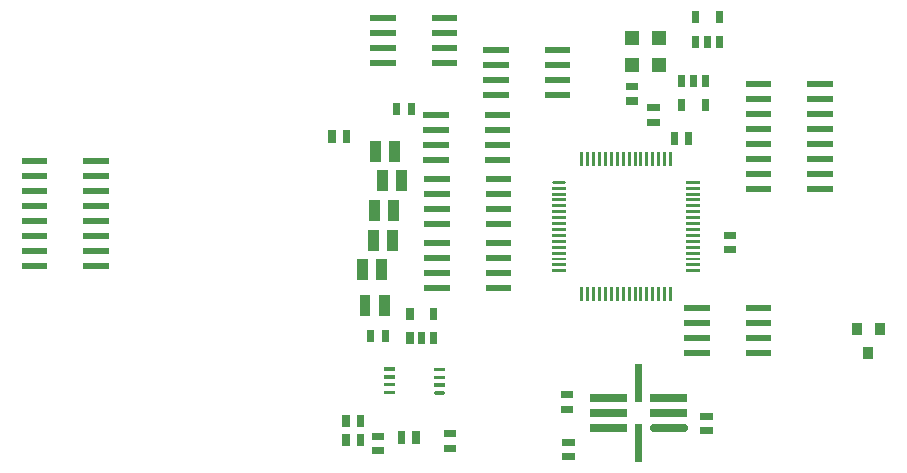
<source format=gbr>
G04 start of page 10 for group -4015 idx -4015
G04 Title: stribog.main_board.bis, toppaste *
G04 Creator: pcb 20070208 *
G04 CreationDate: Sun Apr  6 09:45:44 2008 UTC *
G04 For: dti *
G04 Format: Gerber/RS-274X *
G04 PCB-Dimensions: 314961 157480 *
G04 PCB-Coordinate-Origin: lower left *
%MOIN*%
%FSLAX24Y24*%
%LNFRONTPASTE*%
%ADD16C,0.0098*%
%ADD17C,0.0250*%
%ADD21R,0.0240X0.0240*%
%ADD22R,0.0200X0.0200*%
%ADD27R,0.0340X0.0340*%
%ADD33C,0.0120*%
%ADD35R,0.0250X0.0250*%
%ADD36R,0.0120X0.0120*%
%ADD37R,0.0098X0.0098*%
%ADD38R,0.0500X0.0500*%
%ADD39R,0.0360X0.0360*%
G54D21*X22429Y11728D02*X22609D01*
X22429Y12208D02*X22609D01*
X12279Y1861D02*Y1681D01*
X12759Y1861D02*Y1681D01*
X12279Y1231D02*Y1051D01*
X12759Y1231D02*Y1051D01*
X14452Y12255D02*Y12075D01*
X13972Y12255D02*Y12075D01*
G54D27*X30078Y4872D02*Y4812D01*
X29298Y4872D02*Y4812D01*
X29688Y4052D02*Y3992D01*
G54D38*X21824Y14548D03*
Y13648D03*
X22724Y14548D03*
Y13648D03*
G54D21*X21721Y12437D02*X21901D01*
X21721Y12917D02*X21901D01*
G54D39*X13262Y10918D02*Y10578D01*
X13902Y10918D02*Y10578D01*
X13183Y7965D02*Y7625D01*
X13823Y7965D02*Y7625D01*
X13223Y8949D02*Y8609D01*
X13863Y8949D02*Y8609D01*
X12829Y6981D02*Y6641D01*
X13469Y6981D02*Y6641D01*
X12908Y5799D02*Y5459D01*
X13548Y5799D02*Y5459D01*
G54D22*X14949Y11970D02*X15599D01*
X14949Y11470D02*X15599D01*
X14949Y10970D02*X15599D01*
X14949Y10470D02*X15599D01*
X16999D02*X17649D01*
X16999Y10970D02*X17649D01*
X16999Y11470D02*X17649D01*
X16999Y11970D02*X17649D01*
G54D21*X15658Y1342D02*X15838D01*
X15658Y862D02*X15838D01*
G54D22*X19006Y12635D02*X19656D01*
X19006Y13135D02*X19656D01*
X19006Y13635D02*X19656D01*
X19006Y14135D02*X19656D01*
X16956D02*X17606D01*
X16956Y13635D02*X17606D01*
X16956Y13135D02*X17606D01*
X16956Y12635D02*X17606D01*
X15227Y13698D02*X15877D01*
X15227Y14198D02*X15877D01*
X15227Y14698D02*X15877D01*
X15227Y15198D02*X15877D01*
X13177D02*X13827D01*
X13177Y14698D02*X13827D01*
X13177Y14198D02*X13827D01*
X13177Y13698D02*X13827D01*
G54D21*X24717Y15309D02*Y15149D01*
X23937Y15309D02*Y15149D01*
Y14489D02*Y14329D01*
X24327Y14489D02*Y14329D01*
X24717Y14489D02*Y14329D01*
X14610Y1310D02*Y1130D01*
X14130Y1310D02*Y1130D01*
X23472Y12370D02*Y12210D01*
X24252Y12370D02*Y12210D01*
Y13190D02*Y13030D01*
X23862Y13190D02*Y13030D01*
X23472Y13190D02*Y13030D01*
X23704Y11271D02*Y11091D01*
X23224Y11271D02*Y11091D01*
G54D39*X13498Y9973D02*Y9633D01*
X14138Y9973D02*Y9633D01*
G54D22*X23649Y5553D02*X24299D01*
X23649Y5053D02*X24299D01*
X23649Y4553D02*X24299D01*
X23649Y4053D02*X24299D01*
X25699D02*X26349D01*
X25699Y4553D02*X26349D01*
X25699Y5053D02*X26349D01*
X25699Y5553D02*X26349D01*
G54D21*X19595Y586D02*X19775D01*
X19595Y1066D02*X19775D01*
X12287Y11349D02*Y11169D01*
X11807Y11349D02*Y11169D01*
G54D22*X3613Y6950D02*X4263D01*
X3613Y7450D02*X4263D01*
X3613Y7950D02*X4263D01*
X3613Y8450D02*X4263D01*
X3613Y8950D02*X4263D01*
X3613Y9450D02*X4263D01*
X3613Y9950D02*X4263D01*
X3613Y10450D02*X4263D01*
X1563D02*X2213D01*
X1563Y9950D02*X2213D01*
X1563Y9450D02*X2213D01*
X1563Y8950D02*X2213D01*
X1563Y8450D02*X2213D01*
X1563Y7950D02*X2213D01*
X1563Y7450D02*X2213D01*
X1563Y6950D02*X2213D01*
G54D16*X19189Y9730D02*X19559D01*
G54D37*X19189Y9533D02*X19559D01*
X19189Y9336D02*X19559D01*
X19189Y9139D02*X19559D01*
X19189Y8943D02*X19559D01*
X19189Y8746D02*X19559D01*
X19189Y8549D02*X19559D01*
X19189Y8352D02*X19559D01*
X19189Y8155D02*X19559D01*
X19189Y7958D02*X19559D01*
X19189Y7761D02*X19559D01*
X19189Y7565D02*X19559D01*
X19189Y7368D02*X19559D01*
X19189Y7171D02*X19559D01*
X19189Y6974D02*X19559D01*
X19189Y6777D02*X19559D01*
X20139Y6200D02*Y5830D01*
X20336Y6200D02*Y5830D01*
X20533Y6200D02*Y5830D01*
X20730Y6200D02*Y5830D01*
X20927Y6200D02*Y5830D01*
X21123Y6200D02*Y5830D01*
X21320Y6200D02*Y5830D01*
X21517Y6200D02*Y5830D01*
X21714Y6200D02*Y5830D01*
X21911Y6200D02*Y5830D01*
X22108Y6200D02*Y5830D01*
X22305Y6200D02*Y5830D01*
X22501Y6200D02*Y5830D01*
X22698Y6200D02*Y5830D01*
X22895Y6200D02*Y5830D01*
X23092Y6200D02*Y5830D01*
X23669Y6777D02*X24039D01*
X23669Y6974D02*X24039D01*
X23669Y7171D02*X24039D01*
X23669Y7368D02*X24039D01*
X23669Y7565D02*X24039D01*
X23669Y7761D02*X24039D01*
X23669Y7958D02*X24039D01*
X23669Y8155D02*X24039D01*
X23669Y8352D02*X24039D01*
X23669Y8549D02*X24039D01*
X23669Y8746D02*X24039D01*
X23669Y8943D02*X24039D01*
X23669Y9139D02*X24039D01*
X23669Y9336D02*X24039D01*
X23669Y9533D02*X24039D01*
X23669Y9730D02*X24039D01*
X23092Y10680D02*Y10310D01*
X22895Y10680D02*Y10310D01*
X22698Y10680D02*Y10310D01*
X22501Y10680D02*Y10310D01*
X22305Y10680D02*Y10310D01*
X22108Y10680D02*Y10310D01*
X21911Y10680D02*Y10310D01*
X21714Y10680D02*Y10310D01*
X21517Y10680D02*Y10310D01*
X21320Y10680D02*Y10310D01*
X21123Y10680D02*Y10310D01*
X20927Y10680D02*Y10310D01*
X20730Y10680D02*Y10310D01*
X20533Y10680D02*Y10310D01*
X20336Y10680D02*Y10310D01*
X20139Y10680D02*Y10310D01*
G54D21*X24201Y1452D02*X24381D01*
X24201Y1932D02*X24381D01*
X24988Y7476D02*X25168D01*
X24988Y7956D02*X25168D01*
G54D33*X15284Y2716D02*X15504D01*
G54D36*X15284Y2976D02*X15504D01*
X15284Y3226D02*X15504D01*
X15284Y3486D02*X15504D01*
X13614Y3496D02*X13834D01*
X13614Y3236D02*X13834D01*
X13614Y2986D02*X13834D01*
X13614Y2726D02*X13834D01*
G54D21*X15189Y5427D02*Y5267D01*
X14409Y5427D02*Y5267D01*
Y4607D02*Y4447D01*
X14799Y4607D02*Y4447D01*
X15189Y4607D02*Y4447D01*
X13256Y783D02*X13436D01*
X13256Y1263D02*X13436D01*
G54D22*X14988Y9844D02*X15638D01*
X14988Y9344D02*X15638D01*
X14988Y8844D02*X15638D01*
X14988Y8344D02*X15638D01*
X17038D02*X17688D01*
X17038Y8844D02*X17688D01*
X17038Y9344D02*X17688D01*
X17038Y9844D02*X17688D01*
G54D21*X13106Y4696D02*Y4516D01*
X13586Y4696D02*Y4516D01*
G54D22*X27747Y9509D02*X28397D01*
X27747Y10009D02*X28397D01*
X27747Y10509D02*X28397D01*
X27747Y11009D02*X28397D01*
X27747Y11509D02*X28397D01*
X27747Y12009D02*X28397D01*
X27747Y12509D02*X28397D01*
X27747Y13009D02*X28397D01*
X25697D02*X26347D01*
X25697Y12509D02*X26347D01*
X25697Y12009D02*X26347D01*
X25697Y11509D02*X26347D01*
X25697Y11009D02*X26347D01*
X25697Y10509D02*X26347D01*
X25697Y10009D02*X26347D01*
X25697Y9509D02*X26347D01*
G54D35*X22028Y1538D02*Y538D01*
X20528Y2538D02*X21528D01*
X20528Y2038D02*X21528D01*
X20528Y1538D02*X21528D01*
X22028Y3538D02*Y2538D01*
X22528D02*X23528D01*
X22528Y2038D02*X23528D01*
G54D17*X22528Y1538D02*X23528D01*
G54D21*X19555Y2161D02*X19735D01*
X19555Y2641D02*X19735D01*
G54D22*X14988Y7718D02*X15638D01*
X14988Y7218D02*X15638D01*
X14988Y6718D02*X15638D01*
X14988Y6218D02*X15638D01*
X17038D02*X17688D01*
X17038Y6718D02*X17688D01*
X17038Y7218D02*X17688D01*
X17038Y7718D02*X17688D01*
M02*

</source>
